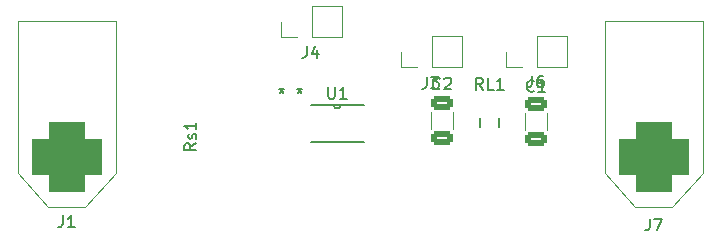
<source format=gto>
%TF.GenerationSoftware,KiCad,Pcbnew,7.0.2*%
%TF.CreationDate,2023-08-24T13:31:51-07:00*%
%TF.ProjectId,Current Sense Standalone,43757272-656e-4742-9053-656e73652053,rev?*%
%TF.SameCoordinates,Original*%
%TF.FileFunction,Legend,Top*%
%TF.FilePolarity,Positive*%
%FSLAX46Y46*%
G04 Gerber Fmt 4.6, Leading zero omitted, Abs format (unit mm)*
G04 Created by KiCad (PCBNEW 7.0.2) date 2023-08-24 13:31:51*
%MOMM*%
%LPD*%
G01*
G04 APERTURE LIST*
G04 Aperture macros list*
%AMRoundRect*
0 Rectangle with rounded corners*
0 $1 Rounding radius*
0 $2 $3 $4 $5 $6 $7 $8 $9 X,Y pos of 4 corners*
0 Add a 4 corners polygon primitive as box body*
4,1,4,$2,$3,$4,$5,$6,$7,$8,$9,$2,$3,0*
0 Add four circle primitives for the rounded corners*
1,1,$1+$1,$2,$3*
1,1,$1+$1,$4,$5*
1,1,$1+$1,$6,$7*
1,1,$1+$1,$8,$9*
0 Add four rect primitives between the rounded corners*
20,1,$1+$1,$2,$3,$4,$5,0*
20,1,$1+$1,$4,$5,$6,$7,0*
20,1,$1+$1,$6,$7,$8,$9,0*
20,1,$1+$1,$8,$9,$2,$3,0*%
G04 Aperture macros list end*
%ADD10C,0.150000*%
%ADD11C,0.120000*%
%ADD12C,0.127000*%
%ADD13C,0.152400*%
%ADD14C,6.000000*%
%ADD15RoundRect,1.500000X1.500000X-1.500000X1.500000X1.500000X-1.500000X1.500000X-1.500000X-1.500000X0*%
%ADD16RoundRect,0.250000X-0.650000X0.325000X-0.650000X-0.325000X0.650000X-0.325000X0.650000X0.325000X0*%
%ADD17R,1.800000X1.600000*%
%ADD18R,7.800000X4.000000*%
%ADD19O,1.700000X1.700000*%
%ADD20R,1.700000X1.700000*%
%ADD21R,1.473200X0.355600*%
G04 APERTURE END LIST*
D10*
X68006551Y-34453581D02*
X68006551Y-35167866D01*
X68006551Y-35167866D02*
X67958932Y-35310723D01*
X67958932Y-35310723D02*
X67863694Y-35405962D01*
X67863694Y-35405962D02*
X67720837Y-35453581D01*
X67720837Y-35453581D02*
X67625599Y-35453581D01*
X68387504Y-34453581D02*
X69054170Y-34453581D01*
X69054170Y-34453581D02*
X68625599Y-35453581D01*
X50228449Y-23414118D02*
X50180830Y-23461738D01*
X50180830Y-23461738D02*
X50037973Y-23509357D01*
X50037973Y-23509357D02*
X49942735Y-23509357D01*
X49942735Y-23509357D02*
X49799878Y-23461738D01*
X49799878Y-23461738D02*
X49704640Y-23366499D01*
X49704640Y-23366499D02*
X49657021Y-23271261D01*
X49657021Y-23271261D02*
X49609402Y-23080785D01*
X49609402Y-23080785D02*
X49609402Y-22937928D01*
X49609402Y-22937928D02*
X49657021Y-22747452D01*
X49657021Y-22747452D02*
X49704640Y-22652214D01*
X49704640Y-22652214D02*
X49799878Y-22556976D01*
X49799878Y-22556976D02*
X49942735Y-22509357D01*
X49942735Y-22509357D02*
X50037973Y-22509357D01*
X50037973Y-22509357D02*
X50180830Y-22556976D01*
X50180830Y-22556976D02*
X50228449Y-22604595D01*
X50609402Y-22604595D02*
X50657021Y-22556976D01*
X50657021Y-22556976D02*
X50752259Y-22509357D01*
X50752259Y-22509357D02*
X50990354Y-22509357D01*
X50990354Y-22509357D02*
X51085592Y-22556976D01*
X51085592Y-22556976D02*
X51133211Y-22604595D01*
X51133211Y-22604595D02*
X51180830Y-22699833D01*
X51180830Y-22699833D02*
X51180830Y-22795071D01*
X51180830Y-22795071D02*
X51133211Y-22937928D01*
X51133211Y-22937928D02*
X50561783Y-23509357D01*
X50561783Y-23509357D02*
X51180830Y-23509357D01*
X53883731Y-23531420D02*
X53550398Y-23055229D01*
X53312303Y-23531420D02*
X53312303Y-22531420D01*
X53312303Y-22531420D02*
X53693255Y-22531420D01*
X53693255Y-22531420D02*
X53788493Y-22579039D01*
X53788493Y-22579039D02*
X53836112Y-22626658D01*
X53836112Y-22626658D02*
X53883731Y-22721896D01*
X53883731Y-22721896D02*
X53883731Y-22864753D01*
X53883731Y-22864753D02*
X53836112Y-22959991D01*
X53836112Y-22959991D02*
X53788493Y-23007610D01*
X53788493Y-23007610D02*
X53693255Y-23055229D01*
X53693255Y-23055229D02*
X53312303Y-23055229D01*
X54788493Y-23531420D02*
X54312303Y-23531420D01*
X54312303Y-23531420D02*
X54312303Y-22531420D01*
X55645636Y-23531420D02*
X55074208Y-23531420D01*
X55359922Y-23531420D02*
X55359922Y-22531420D01*
X55359922Y-22531420D02*
X55264684Y-22674277D01*
X55264684Y-22674277D02*
X55169446Y-22769515D01*
X55169446Y-22769515D02*
X55074208Y-22817134D01*
X29591892Y-28089439D02*
X29115701Y-28422772D01*
X29591892Y-28660867D02*
X28591892Y-28660867D01*
X28591892Y-28660867D02*
X28591892Y-28279915D01*
X28591892Y-28279915D02*
X28639511Y-28184677D01*
X28639511Y-28184677D02*
X28687130Y-28137058D01*
X28687130Y-28137058D02*
X28782368Y-28089439D01*
X28782368Y-28089439D02*
X28925225Y-28089439D01*
X28925225Y-28089439D02*
X29020463Y-28137058D01*
X29020463Y-28137058D02*
X29068082Y-28184677D01*
X29068082Y-28184677D02*
X29115701Y-28279915D01*
X29115701Y-28279915D02*
X29115701Y-28660867D01*
X29544273Y-27708486D02*
X29591892Y-27613248D01*
X29591892Y-27613248D02*
X29591892Y-27422772D01*
X29591892Y-27422772D02*
X29544273Y-27327534D01*
X29544273Y-27327534D02*
X29449034Y-27279915D01*
X29449034Y-27279915D02*
X29401415Y-27279915D01*
X29401415Y-27279915D02*
X29306177Y-27327534D01*
X29306177Y-27327534D02*
X29258558Y-27422772D01*
X29258558Y-27422772D02*
X29258558Y-27565629D01*
X29258558Y-27565629D02*
X29210939Y-27660867D01*
X29210939Y-27660867D02*
X29115701Y-27708486D01*
X29115701Y-27708486D02*
X29068082Y-27708486D01*
X29068082Y-27708486D02*
X28972844Y-27660867D01*
X28972844Y-27660867D02*
X28925225Y-27565629D01*
X28925225Y-27565629D02*
X28925225Y-27422772D01*
X28925225Y-27422772D02*
X28972844Y-27327534D01*
X29591892Y-26327534D02*
X29591892Y-26898962D01*
X29591892Y-26613248D02*
X28591892Y-26613248D01*
X28591892Y-26613248D02*
X28734749Y-26708486D01*
X28734749Y-26708486D02*
X28829987Y-26803724D01*
X28829987Y-26803724D02*
X28877606Y-26898962D01*
X58191713Y-23625269D02*
X58144094Y-23672889D01*
X58144094Y-23672889D02*
X58001237Y-23720508D01*
X58001237Y-23720508D02*
X57905999Y-23720508D01*
X57905999Y-23720508D02*
X57763142Y-23672889D01*
X57763142Y-23672889D02*
X57667904Y-23577650D01*
X57667904Y-23577650D02*
X57620285Y-23482412D01*
X57620285Y-23482412D02*
X57572666Y-23291936D01*
X57572666Y-23291936D02*
X57572666Y-23149079D01*
X57572666Y-23149079D02*
X57620285Y-22958603D01*
X57620285Y-22958603D02*
X57667904Y-22863365D01*
X57667904Y-22863365D02*
X57763142Y-22768127D01*
X57763142Y-22768127D02*
X57905999Y-22720508D01*
X57905999Y-22720508D02*
X58001237Y-22720508D01*
X58001237Y-22720508D02*
X58144094Y-22768127D01*
X58144094Y-22768127D02*
X58191713Y-22815746D01*
X59144094Y-23720508D02*
X58572666Y-23720508D01*
X58858380Y-23720508D02*
X58858380Y-22720508D01*
X58858380Y-22720508D02*
X58763142Y-22863365D01*
X58763142Y-22863365D02*
X58667904Y-22958603D01*
X58667904Y-22958603D02*
X58572666Y-23006222D01*
X49117819Y-22446557D02*
X49117819Y-23160842D01*
X49117819Y-23160842D02*
X49070200Y-23303699D01*
X49070200Y-23303699D02*
X48974962Y-23398938D01*
X48974962Y-23398938D02*
X48832105Y-23446557D01*
X48832105Y-23446557D02*
X48736867Y-23446557D01*
X49498772Y-22446557D02*
X50117819Y-22446557D01*
X50117819Y-22446557D02*
X49784486Y-22827509D01*
X49784486Y-22827509D02*
X49927343Y-22827509D01*
X49927343Y-22827509D02*
X50022581Y-22875128D01*
X50022581Y-22875128D02*
X50070200Y-22922747D01*
X50070200Y-22922747D02*
X50117819Y-23017985D01*
X50117819Y-23017985D02*
X50117819Y-23256080D01*
X50117819Y-23256080D02*
X50070200Y-23351318D01*
X50070200Y-23351318D02*
X50022581Y-23398938D01*
X50022581Y-23398938D02*
X49927343Y-23446557D01*
X49927343Y-23446557D02*
X49641629Y-23446557D01*
X49641629Y-23446557D02*
X49546391Y-23398938D01*
X49546391Y-23398938D02*
X49498772Y-23351318D01*
X38960817Y-19854944D02*
X38960817Y-20569229D01*
X38960817Y-20569229D02*
X38913198Y-20712086D01*
X38913198Y-20712086D02*
X38817960Y-20807325D01*
X38817960Y-20807325D02*
X38675103Y-20854944D01*
X38675103Y-20854944D02*
X38579865Y-20854944D01*
X39865579Y-20188277D02*
X39865579Y-20854944D01*
X39627484Y-19807325D02*
X39389389Y-20521610D01*
X39389389Y-20521610D02*
X40008436Y-20521610D01*
X40767095Y-23297618D02*
X40767095Y-24107141D01*
X40767095Y-24107141D02*
X40814714Y-24202379D01*
X40814714Y-24202379D02*
X40862333Y-24249999D01*
X40862333Y-24249999D02*
X40957571Y-24297618D01*
X40957571Y-24297618D02*
X41148047Y-24297618D01*
X41148047Y-24297618D02*
X41243285Y-24249999D01*
X41243285Y-24249999D02*
X41290904Y-24202379D01*
X41290904Y-24202379D02*
X41338523Y-24107141D01*
X41338523Y-24107141D02*
X41338523Y-23297618D01*
X42338523Y-24297618D02*
X41767095Y-24297618D01*
X42052809Y-24297618D02*
X42052809Y-23297618D01*
X42052809Y-23297618D02*
X41957571Y-23440475D01*
X41957571Y-23440475D02*
X41862333Y-23535713D01*
X41862333Y-23535713D02*
X41767095Y-23583332D01*
X38354000Y-23364018D02*
X38354000Y-23602113D01*
X38115905Y-23506875D02*
X38354000Y-23602113D01*
X38354000Y-23602113D02*
X38592095Y-23506875D01*
X38211143Y-23792589D02*
X38354000Y-23602113D01*
X38354000Y-23602113D02*
X38496857Y-23792589D01*
X36830000Y-23364018D02*
X36830000Y-23602113D01*
X36591905Y-23506875D02*
X36830000Y-23602113D01*
X36830000Y-23602113D02*
X37068095Y-23506875D01*
X36687143Y-23792589D02*
X36830000Y-23602113D01*
X36830000Y-23602113D02*
X36972857Y-23792589D01*
X18317602Y-34172619D02*
X18317602Y-34886904D01*
X18317602Y-34886904D02*
X18269983Y-35029761D01*
X18269983Y-35029761D02*
X18174745Y-35125000D01*
X18174745Y-35125000D02*
X18031888Y-35172619D01*
X18031888Y-35172619D02*
X17936650Y-35172619D01*
X19317602Y-35172619D02*
X18746174Y-35172619D01*
X19031888Y-35172619D02*
X19031888Y-34172619D01*
X19031888Y-34172619D02*
X18936650Y-34315476D01*
X18936650Y-34315476D02*
X18841412Y-34410714D01*
X18841412Y-34410714D02*
X18746174Y-34458333D01*
X58026435Y-22343331D02*
X58026435Y-23057616D01*
X58026435Y-23057616D02*
X57978816Y-23200473D01*
X57978816Y-23200473D02*
X57883578Y-23295712D01*
X57883578Y-23295712D02*
X57740721Y-23343331D01*
X57740721Y-23343331D02*
X57645483Y-23343331D01*
X58931197Y-22343331D02*
X58740721Y-22343331D01*
X58740721Y-22343331D02*
X58645483Y-22390950D01*
X58645483Y-22390950D02*
X58597864Y-22438569D01*
X58597864Y-22438569D02*
X58502626Y-22581426D01*
X58502626Y-22581426D02*
X58455007Y-22771902D01*
X58455007Y-22771902D02*
X58455007Y-23152854D01*
X58455007Y-23152854D02*
X58502626Y-23248092D01*
X58502626Y-23248092D02*
X58550245Y-23295712D01*
X58550245Y-23295712D02*
X58645483Y-23343331D01*
X58645483Y-23343331D02*
X58835959Y-23343331D01*
X58835959Y-23343331D02*
X58931197Y-23295712D01*
X58931197Y-23295712D02*
X58978816Y-23248092D01*
X58978816Y-23248092D02*
X59026435Y-23152854D01*
X59026435Y-23152854D02*
X59026435Y-22914759D01*
X59026435Y-22914759D02*
X58978816Y-22819521D01*
X58978816Y-22819521D02*
X58931197Y-22771902D01*
X58931197Y-22771902D02*
X58835959Y-22724283D01*
X58835959Y-22724283D02*
X58645483Y-22724283D01*
X58645483Y-22724283D02*
X58550245Y-22771902D01*
X58550245Y-22771902D02*
X58502626Y-22819521D01*
X58502626Y-22819521D02*
X58455007Y-22914759D01*
D11*
X72494045Y-17760000D02*
X64194045Y-17760000D01*
X64194045Y-17760000D02*
X64194045Y-30610000D01*
X72494045Y-30610000D02*
X72494045Y-17760000D01*
X64194045Y-30610000D02*
X66744045Y-33460000D01*
X69894045Y-33460000D02*
X72494045Y-30610000D01*
X66744045Y-33460000D02*
X69894045Y-33460000D01*
X49501329Y-25447614D02*
X49501329Y-26870118D01*
X51321329Y-25447614D02*
X51321329Y-26870118D01*
D12*
X53653375Y-25929624D02*
X53653375Y-26729624D01*
X55253375Y-25929624D02*
X55253375Y-26729624D01*
D11*
X57453078Y-25538532D02*
X57453078Y-26961036D01*
X59273078Y-25538532D02*
X59273078Y-26961036D01*
X49530000Y-18990000D02*
X52130000Y-18990000D01*
X52130000Y-21650000D02*
X52130000Y-18990000D01*
X49530000Y-21650000D02*
X49530000Y-18990000D01*
X49530000Y-21650000D02*
X52130000Y-21650000D01*
X48260000Y-21650000D02*
X46930000Y-21650000D01*
X46930000Y-21650000D02*
X46930000Y-20320000D01*
X39370000Y-16450000D02*
X41970000Y-16450000D01*
X41970000Y-19110000D02*
X41970000Y-16450000D01*
X39370000Y-19110000D02*
X39370000Y-16450000D01*
X39370000Y-19110000D02*
X41970000Y-19110000D01*
X38100000Y-19110000D02*
X36770000Y-19110000D01*
X36770000Y-19110000D02*
X36770000Y-17780000D01*
D13*
X41224200Y-24825599D02*
G75*
G03*
X41833800Y-24825599I304800J0D01*
G01*
X43776900Y-24825599D02*
X39281100Y-24825599D01*
X39281100Y-27924399D02*
X43776900Y-27924399D01*
D11*
X22800936Y-17760000D02*
X14500936Y-17760000D01*
X14500936Y-17760000D02*
X14500936Y-30610000D01*
X22800936Y-30610000D02*
X22800936Y-17760000D01*
X14500936Y-30610000D02*
X17050936Y-33460000D01*
X20200936Y-33460000D02*
X22800936Y-30610000D01*
X17050936Y-33460000D02*
X20200936Y-33460000D01*
X58420000Y-18990000D02*
X61020000Y-18990000D01*
X61020000Y-21650000D02*
X61020000Y-18990000D01*
X58420000Y-21650000D02*
X58420000Y-18990000D01*
X58420000Y-21650000D02*
X61020000Y-21650000D01*
X57150000Y-21650000D02*
X55820000Y-21650000D01*
X55820000Y-21650000D02*
X55820000Y-20320000D01*
%LPC*%
D14*
X68344045Y-22010000D03*
D15*
X68344045Y-29210000D03*
D16*
X50411329Y-27633866D03*
X50411329Y-24683866D03*
D17*
X54453375Y-27729624D03*
X54453375Y-24929624D03*
D18*
X29629273Y-22018011D03*
X29629273Y-33018011D03*
D16*
X58363078Y-27724784D03*
X58363078Y-24774784D03*
D19*
X50800000Y-20320000D03*
D20*
X48260000Y-20320000D03*
D19*
X40640000Y-17780000D03*
D20*
X38100000Y-17780000D03*
D21*
X44450000Y-25400000D03*
X44450000Y-26049998D03*
X44450000Y-26700000D03*
X44450000Y-27349998D03*
X38608000Y-27349998D03*
X38608000Y-26700000D03*
X38608000Y-26049998D03*
X38608000Y-25400000D03*
D14*
X18650936Y-22010000D03*
D15*
X18650936Y-29210000D03*
D19*
X59690000Y-20320000D03*
D20*
X57150000Y-20320000D03*
%LPD*%
M02*

</source>
